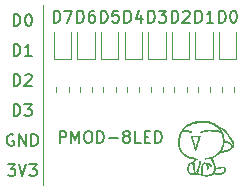
<source format=gbr>
%TF.GenerationSoftware,KiCad,Pcbnew,(5.1.10)-1*%
%TF.CreationDate,2021-08-15T22:29:03+08:00*%
%TF.ProjectId,Pmod-8led,506d6f64-2d38-46c6-9564-2e6b69636164,rev?*%
%TF.SameCoordinates,Original*%
%TF.FileFunction,Legend,Top*%
%TF.FilePolarity,Positive*%
%FSLAX46Y46*%
G04 Gerber Fmt 4.6, Leading zero omitted, Abs format (unit mm)*
G04 Created by KiCad (PCBNEW (5.1.10)-1) date 2021-08-15 22:29:03*
%MOMM*%
%LPD*%
G01*
G04 APERTURE LIST*
%ADD10C,0.150000*%
%ADD11C,0.120000*%
%ADD12C,0.010000*%
G04 APERTURE END LIST*
D10*
X154719876Y-107843580D02*
X154719876Y-106843580D01*
X155100828Y-106843580D01*
X155196066Y-106891200D01*
X155243685Y-106938819D01*
X155291304Y-107034057D01*
X155291304Y-107176914D01*
X155243685Y-107272152D01*
X155196066Y-107319771D01*
X155100828Y-107367390D01*
X154719876Y-107367390D01*
X155719876Y-107843580D02*
X155719876Y-106843580D01*
X156053209Y-107557866D01*
X156386542Y-106843580D01*
X156386542Y-107843580D01*
X157053209Y-106843580D02*
X157243685Y-106843580D01*
X157338923Y-106891200D01*
X157434161Y-106986438D01*
X157481780Y-107176914D01*
X157481780Y-107510247D01*
X157434161Y-107700723D01*
X157338923Y-107795961D01*
X157243685Y-107843580D01*
X157053209Y-107843580D01*
X156957971Y-107795961D01*
X156862733Y-107700723D01*
X156815114Y-107510247D01*
X156815114Y-107176914D01*
X156862733Y-106986438D01*
X156957971Y-106891200D01*
X157053209Y-106843580D01*
X157910352Y-107843580D02*
X157910352Y-106843580D01*
X158148447Y-106843580D01*
X158291304Y-106891200D01*
X158386542Y-106986438D01*
X158434161Y-107081676D01*
X158481780Y-107272152D01*
X158481780Y-107415009D01*
X158434161Y-107605485D01*
X158386542Y-107700723D01*
X158291304Y-107795961D01*
X158148447Y-107843580D01*
X157910352Y-107843580D01*
X158910352Y-107462628D02*
X159672257Y-107462628D01*
X160291304Y-107272152D02*
X160196066Y-107224533D01*
X160148447Y-107176914D01*
X160100828Y-107081676D01*
X160100828Y-107034057D01*
X160148447Y-106938819D01*
X160196066Y-106891200D01*
X160291304Y-106843580D01*
X160481780Y-106843580D01*
X160577019Y-106891200D01*
X160624638Y-106938819D01*
X160672257Y-107034057D01*
X160672257Y-107081676D01*
X160624638Y-107176914D01*
X160577019Y-107224533D01*
X160481780Y-107272152D01*
X160291304Y-107272152D01*
X160196066Y-107319771D01*
X160148447Y-107367390D01*
X160100828Y-107462628D01*
X160100828Y-107653104D01*
X160148447Y-107748342D01*
X160196066Y-107795961D01*
X160291304Y-107843580D01*
X160481780Y-107843580D01*
X160577019Y-107795961D01*
X160624638Y-107748342D01*
X160672257Y-107653104D01*
X160672257Y-107462628D01*
X160624638Y-107367390D01*
X160577019Y-107319771D01*
X160481780Y-107272152D01*
X161577019Y-107843580D02*
X161100828Y-107843580D01*
X161100828Y-106843580D01*
X161910352Y-107319771D02*
X162243685Y-107319771D01*
X162386542Y-107843580D02*
X161910352Y-107843580D01*
X161910352Y-106843580D01*
X162386542Y-106843580D01*
X162815114Y-107843580D02*
X162815114Y-106843580D01*
X163053209Y-106843580D01*
X163196066Y-106891200D01*
X163291304Y-106986438D01*
X163338923Y-107081676D01*
X163386542Y-107272152D01*
X163386542Y-107415009D01*
X163338923Y-107605485D01*
X163291304Y-107700723D01*
X163196066Y-107795961D01*
X163053209Y-107843580D01*
X162815114Y-107843580D01*
D11*
X153331800Y-96139000D02*
X153331800Y-111379000D01*
D10*
X150336404Y-109624880D02*
X150955452Y-109624880D01*
X150622119Y-110005833D01*
X150764976Y-110005833D01*
X150860214Y-110053452D01*
X150907833Y-110101071D01*
X150955452Y-110196309D01*
X150955452Y-110434404D01*
X150907833Y-110529642D01*
X150860214Y-110577261D01*
X150764976Y-110624880D01*
X150479261Y-110624880D01*
X150384023Y-110577261D01*
X150336404Y-110529642D01*
X151241166Y-109624880D02*
X151574500Y-110624880D01*
X151907833Y-109624880D01*
X152145928Y-109624880D02*
X152764976Y-109624880D01*
X152431642Y-110005833D01*
X152574500Y-110005833D01*
X152669738Y-110053452D01*
X152717357Y-110101071D01*
X152764976Y-110196309D01*
X152764976Y-110434404D01*
X152717357Y-110529642D01*
X152669738Y-110577261D01*
X152574500Y-110624880D01*
X152288785Y-110624880D01*
X152193547Y-110577261D01*
X152145928Y-110529642D01*
X150812595Y-107132500D02*
X150717357Y-107084880D01*
X150574500Y-107084880D01*
X150431642Y-107132500D01*
X150336404Y-107227738D01*
X150288785Y-107322976D01*
X150241166Y-107513452D01*
X150241166Y-107656309D01*
X150288785Y-107846785D01*
X150336404Y-107942023D01*
X150431642Y-108037261D01*
X150574500Y-108084880D01*
X150669738Y-108084880D01*
X150812595Y-108037261D01*
X150860214Y-107989642D01*
X150860214Y-107656309D01*
X150669738Y-107656309D01*
X151288785Y-108084880D02*
X151288785Y-107084880D01*
X151860214Y-108084880D01*
X151860214Y-107084880D01*
X152336404Y-108084880D02*
X152336404Y-107084880D01*
X152574500Y-107084880D01*
X152717357Y-107132500D01*
X152812595Y-107227738D01*
X152860214Y-107322976D01*
X152907833Y-107513452D01*
X152907833Y-107656309D01*
X152860214Y-107846785D01*
X152812595Y-107942023D01*
X152717357Y-108037261D01*
X152574500Y-108084880D01*
X152336404Y-108084880D01*
X150836404Y-105544880D02*
X150836404Y-104544880D01*
X151074500Y-104544880D01*
X151217357Y-104592500D01*
X151312595Y-104687738D01*
X151360214Y-104782976D01*
X151407833Y-104973452D01*
X151407833Y-105116309D01*
X151360214Y-105306785D01*
X151312595Y-105402023D01*
X151217357Y-105497261D01*
X151074500Y-105544880D01*
X150836404Y-105544880D01*
X151741166Y-104544880D02*
X152360214Y-104544880D01*
X152026880Y-104925833D01*
X152169738Y-104925833D01*
X152264976Y-104973452D01*
X152312595Y-105021071D01*
X152360214Y-105116309D01*
X152360214Y-105354404D01*
X152312595Y-105449642D01*
X152264976Y-105497261D01*
X152169738Y-105544880D01*
X151884023Y-105544880D01*
X151788785Y-105497261D01*
X151741166Y-105449642D01*
X150836404Y-103004880D02*
X150836404Y-102004880D01*
X151074500Y-102004880D01*
X151217357Y-102052500D01*
X151312595Y-102147738D01*
X151360214Y-102242976D01*
X151407833Y-102433452D01*
X151407833Y-102576309D01*
X151360214Y-102766785D01*
X151312595Y-102862023D01*
X151217357Y-102957261D01*
X151074500Y-103004880D01*
X150836404Y-103004880D01*
X151788785Y-102100119D02*
X151836404Y-102052500D01*
X151931642Y-102004880D01*
X152169738Y-102004880D01*
X152264976Y-102052500D01*
X152312595Y-102100119D01*
X152360214Y-102195357D01*
X152360214Y-102290595D01*
X152312595Y-102433452D01*
X151741166Y-103004880D01*
X152360214Y-103004880D01*
X150836404Y-100464880D02*
X150836404Y-99464880D01*
X151074500Y-99464880D01*
X151217357Y-99512500D01*
X151312595Y-99607738D01*
X151360214Y-99702976D01*
X151407833Y-99893452D01*
X151407833Y-100036309D01*
X151360214Y-100226785D01*
X151312595Y-100322023D01*
X151217357Y-100417261D01*
X151074500Y-100464880D01*
X150836404Y-100464880D01*
X152360214Y-100464880D02*
X151788785Y-100464880D01*
X152074500Y-100464880D02*
X152074500Y-99464880D01*
X151979261Y-99607738D01*
X151884023Y-99702976D01*
X151788785Y-99750595D01*
X150836404Y-97924880D02*
X150836404Y-96924880D01*
X151074500Y-96924880D01*
X151217357Y-96972500D01*
X151312595Y-97067738D01*
X151360214Y-97162976D01*
X151407833Y-97353452D01*
X151407833Y-97496309D01*
X151360214Y-97686785D01*
X151312595Y-97782023D01*
X151217357Y-97877261D01*
X151074500Y-97924880D01*
X150836404Y-97924880D01*
X152026880Y-96924880D02*
X152122119Y-96924880D01*
X152217357Y-96972500D01*
X152264976Y-97020119D01*
X152312595Y-97115357D01*
X152360214Y-97305833D01*
X152360214Y-97543928D01*
X152312595Y-97734404D01*
X152264976Y-97829642D01*
X152217357Y-97877261D01*
X152122119Y-97924880D01*
X152026880Y-97924880D01*
X151931642Y-97877261D01*
X151884023Y-97829642D01*
X151836404Y-97734404D01*
X151788785Y-97543928D01*
X151788785Y-97305833D01*
X151836404Y-97115357D01*
X151884023Y-97020119D01*
X151931642Y-96972500D01*
X152026880Y-96924880D01*
D12*
%TO.C,G\u002A\u002A\u002A*%
G36*
X166831872Y-105978381D02*
G01*
X166982223Y-105983018D01*
X167126116Y-105991835D01*
X167251447Y-106004483D01*
X167335381Y-106018206D01*
X167411342Y-106040871D01*
X167513235Y-106080114D01*
X167630558Y-106130957D01*
X167752812Y-106188417D01*
X167869496Y-106247515D01*
X167970110Y-106303270D01*
X168044152Y-106350701D01*
X168057103Y-106360533D01*
X168131105Y-106410950D01*
X168213584Y-106454937D01*
X168244097Y-106467679D01*
X168383490Y-106535695D01*
X168532840Y-106638817D01*
X168687050Y-106772583D01*
X168841024Y-106932531D01*
X168989669Y-107114201D01*
X169003371Y-107132486D01*
X169157178Y-107352332D01*
X169276652Y-107552673D01*
X169363297Y-107736535D01*
X169418620Y-107906946D01*
X169437662Y-108005813D01*
X169443287Y-108057898D01*
X169438311Y-108095030D01*
X169416715Y-108129905D01*
X169372476Y-108175222D01*
X169345144Y-108200940D01*
X169243210Y-108279862D01*
X169109439Y-108359225D01*
X168954064Y-108434730D01*
X168787315Y-108502078D01*
X168619423Y-108556969D01*
X168460620Y-108595106D01*
X168376772Y-108607847D01*
X168311891Y-108616905D01*
X168262902Y-108631309D01*
X168217486Y-108657684D01*
X168163326Y-108702649D01*
X168112189Y-108750075D01*
X168038316Y-108816750D01*
X167964030Y-108878953D01*
X167902962Y-108925373D01*
X167891884Y-108932847D01*
X167817377Y-108977471D01*
X167736197Y-109020307D01*
X167659788Y-109055922D01*
X167599597Y-109078883D01*
X167572282Y-109084533D01*
X167547424Y-109092743D01*
X167548923Y-109120090D01*
X167578049Y-109170649D01*
X167614871Y-109221136D01*
X167669692Y-109308494D01*
X167725661Y-109424299D01*
X167777311Y-109555185D01*
X167819174Y-109687788D01*
X167838273Y-109767224D01*
X167861661Y-109851751D01*
X167891146Y-109900547D01*
X167907531Y-109912743D01*
X167959907Y-109925108D01*
X168037436Y-109925986D01*
X168124969Y-109916837D01*
X168207355Y-109899124D01*
X168261780Y-109878552D01*
X168320173Y-109859979D01*
X168400775Y-109848551D01*
X168450121Y-109846533D01*
X168525494Y-109849118D01*
X168574859Y-109860449D01*
X168614408Y-109885887D01*
X168639132Y-109909121D01*
X168688963Y-109982894D01*
X168717460Y-110074172D01*
X168720423Y-110165184D01*
X168709828Y-110208223D01*
X168657015Y-110288353D01*
X168566808Y-110357360D01*
X168443183Y-110413085D01*
X168290119Y-110453370D01*
X168243134Y-110461494D01*
X168118886Y-110474694D01*
X168011730Y-110469593D01*
X167900518Y-110444237D01*
X167838967Y-110424116D01*
X167743717Y-110390866D01*
X167675623Y-110454623D01*
X167614556Y-110503796D01*
X167550107Y-110544357D01*
X167538040Y-110550328D01*
X167477379Y-110567686D01*
X167385454Y-110581431D01*
X167273216Y-110591134D01*
X167151614Y-110596369D01*
X167031598Y-110596711D01*
X166924118Y-110591731D01*
X166840124Y-110581005D01*
X166826707Y-110578035D01*
X166759225Y-110558349D01*
X166707699Y-110537673D01*
X166690182Y-110526548D01*
X166657230Y-110513605D01*
X166596855Y-110504944D01*
X166542175Y-110502700D01*
X166465790Y-110498397D01*
X166400728Y-110487319D01*
X166371784Y-110477055D01*
X166326019Y-110464902D01*
X166240500Y-110457464D01*
X166114319Y-110454682D01*
X166024648Y-110455148D01*
X165723745Y-110458886D01*
X165651041Y-110390317D01*
X165594594Y-110324110D01*
X165558598Y-110247053D01*
X165541296Y-110151197D01*
X165541181Y-110112373D01*
X165599010Y-110112373D01*
X165614898Y-110228812D01*
X165652417Y-110311984D01*
X165714135Y-110364749D01*
X165802619Y-110389964D01*
X165920435Y-110390492D01*
X165982613Y-110383586D01*
X166079500Y-110370306D01*
X166070769Y-110272461D01*
X166065766Y-110206754D01*
X166059848Y-110114656D01*
X166054009Y-110012067D01*
X166051822Y-109969722D01*
X166040109Y-109829662D01*
X166019585Y-109725246D01*
X165988254Y-109650338D01*
X165944118Y-109598800D01*
X165927016Y-109586276D01*
X165851617Y-109553396D01*
X166018473Y-109553396D01*
X166020324Y-109582874D01*
X166034632Y-109618195D01*
X166058278Y-109656042D01*
X166074607Y-109665068D01*
X166076716Y-109661702D01*
X166074030Y-109625135D01*
X166061595Y-109593706D01*
X166034176Y-109555240D01*
X166018473Y-109553396D01*
X165851617Y-109553396D01*
X165845517Y-109550736D01*
X165773153Y-109555173D01*
X165711356Y-109597941D01*
X165661560Y-109677389D01*
X165625201Y-109791869D01*
X165603710Y-109939732D01*
X165602187Y-109959807D01*
X165599010Y-110112373D01*
X165541181Y-110112373D01*
X165540930Y-110028593D01*
X165549115Y-109929146D01*
X165574413Y-109766634D01*
X165612707Y-109643146D01*
X165665137Y-109557063D01*
X165732846Y-109506768D01*
X165816977Y-109490644D01*
X165856741Y-109493570D01*
X165947731Y-109506042D01*
X166036099Y-109358509D01*
X166077268Y-109287448D01*
X166108211Y-109229609D01*
X166123644Y-109195011D01*
X166124467Y-109190904D01*
X166117111Y-109179325D01*
X166091624Y-109166106D01*
X166042881Y-109149627D01*
X165965755Y-109128270D01*
X165855119Y-109100416D01*
X165780655Y-109082349D01*
X165612318Y-109030429D01*
X165442251Y-108957768D01*
X165287231Y-108872149D01*
X165205298Y-108815407D01*
X165106719Y-108721797D01*
X165009615Y-108597328D01*
X164921185Y-108453087D01*
X164848628Y-108300160D01*
X164819955Y-108222084D01*
X164794700Y-108141228D01*
X164777649Y-108072838D01*
X164767290Y-108004869D01*
X164762108Y-107925279D01*
X164760592Y-107822023D01*
X164760771Y-107751033D01*
X164762552Y-107656362D01*
X164802098Y-107656362D01*
X164802836Y-107888509D01*
X164843801Y-108117905D01*
X164923120Y-108337362D01*
X165028211Y-108524087D01*
X165107893Y-108631820D01*
X165192458Y-108722803D01*
X165287814Y-108800457D01*
X165399871Y-108868202D01*
X165534535Y-108929460D01*
X165697715Y-108987652D01*
X165895319Y-109046197D01*
X165960567Y-109063906D01*
X166108444Y-109104932D01*
X166215830Y-109138272D01*
X166283793Y-109164300D01*
X166313402Y-109183388D01*
X166314967Y-109187687D01*
X166301347Y-109207088D01*
X166256462Y-109205117D01*
X166254319Y-109204695D01*
X166217065Y-109201591D01*
X166187622Y-109215270D01*
X166155194Y-109253365D01*
X166127887Y-109294088D01*
X166080681Y-109369566D01*
X166055872Y-109421610D01*
X166051793Y-109461612D01*
X166066776Y-109500966D01*
X166091834Y-109540330D01*
X166112879Y-109572563D01*
X166127327Y-109602057D01*
X166136009Y-109636837D01*
X166139754Y-109684928D01*
X166139394Y-109754353D01*
X166135756Y-109853139D01*
X166132276Y-109931403D01*
X166126573Y-110073881D01*
X166124949Y-110180041D01*
X166128622Y-110255802D01*
X166138806Y-110307082D01*
X166156717Y-110339802D01*
X166183572Y-110359879D01*
X166220586Y-110373231D01*
X166223187Y-110373957D01*
X166287543Y-110387083D01*
X166318650Y-110378593D01*
X166321453Y-110345131D01*
X166312247Y-110313496D01*
X166302509Y-110250253D01*
X166322077Y-110191915D01*
X166339729Y-110151282D01*
X166367773Y-110079135D01*
X166403003Y-109984050D01*
X166442212Y-109874601D01*
X166463099Y-109814884D01*
X166509490Y-109676608D01*
X166540714Y-109572155D01*
X166558084Y-109496355D01*
X166562912Y-109444036D01*
X166561479Y-109427594D01*
X166557259Y-109380010D01*
X166568651Y-109363124D01*
X166585956Y-109363836D01*
X166612552Y-109388196D01*
X166626964Y-109440284D01*
X166628389Y-109507056D01*
X166616027Y-109575465D01*
X166601228Y-109612711D01*
X166582431Y-109655616D01*
X166553506Y-109729572D01*
X166517864Y-109825521D01*
X166478913Y-109934403D01*
X166463352Y-109979025D01*
X166423502Y-110094787D01*
X166396172Y-110177967D01*
X166380014Y-110235984D01*
X166373683Y-110276256D01*
X166375833Y-110306199D01*
X166385117Y-110333232D01*
X166395207Y-110354533D01*
X166417915Y-110395817D01*
X166443299Y-110418678D01*
X166484333Y-110429471D01*
X166553987Y-110434552D01*
X166559017Y-110434797D01*
X166686650Y-110440978D01*
X166689428Y-110163961D01*
X166696035Y-109971045D01*
X166712226Y-109816093D01*
X166738965Y-109695621D01*
X166777217Y-109606147D01*
X166827946Y-109544188D01*
X166868590Y-109516748D01*
X166956196Y-109493550D01*
X167044212Y-109509483D01*
X167112769Y-109554006D01*
X167148720Y-109583655D01*
X167173599Y-109584736D01*
X167200120Y-109564264D01*
X167248691Y-109534302D01*
X167300388Y-109534433D01*
X167361242Y-109566592D01*
X167437286Y-109632716D01*
X167448764Y-109644069D01*
X167503912Y-109703145D01*
X167544630Y-109754249D01*
X167563350Y-109787714D01*
X167563800Y-109790987D01*
X167553671Y-109828531D01*
X167529081Y-109831135D01*
X167498729Y-109799296D01*
X167491700Y-109786867D01*
X167452361Y-109729744D01*
X167397426Y-109672174D01*
X167338466Y-109624253D01*
X167287054Y-109596080D01*
X167268995Y-109592533D01*
X167229251Y-109606993D01*
X167216699Y-109651302D01*
X167231063Y-109726855D01*
X167238024Y-109748443D01*
X167253815Y-109813257D01*
X167261803Y-109884341D01*
X167262083Y-109950323D01*
X167254754Y-109999828D01*
X167239909Y-110021486D01*
X167235717Y-110021402D01*
X167222721Y-109999262D01*
X167212791Y-109948242D01*
X167209641Y-109909964D01*
X167193249Y-109810331D01*
X167157065Y-109715738D01*
X167106837Y-109635053D01*
X167048316Y-109577145D01*
X166987252Y-109550882D01*
X166976365Y-109550200D01*
X166912512Y-109560512D01*
X166863464Y-109595948D01*
X166821991Y-109663251D01*
X166800606Y-109714155D01*
X166781538Y-109769705D01*
X166768216Y-109826200D01*
X166759562Y-109893133D01*
X166754496Y-109979997D01*
X166751940Y-110096284D01*
X166751428Y-110146963D01*
X166751488Y-110280609D01*
X166754429Y-110376872D01*
X166760608Y-110440628D01*
X166770385Y-110476752D01*
X166776384Y-110485630D01*
X166809765Y-110500674D01*
X166871293Y-110515099D01*
X166946805Y-110526852D01*
X167022138Y-110533878D01*
X167083128Y-110534124D01*
X167098134Y-110532289D01*
X167132886Y-110528094D01*
X167197887Y-110521901D01*
X167281170Y-110514824D01*
X167312431Y-110512344D01*
X167444578Y-110496321D01*
X167543412Y-110468669D01*
X167617396Y-110424607D01*
X167674992Y-110359355D01*
X167702373Y-110310459D01*
X167778741Y-110310459D01*
X167782572Y-110340568D01*
X167812832Y-110362216D01*
X167876120Y-110383528D01*
X167896833Y-110389461D01*
X167994717Y-110405833D01*
X168115883Y-110409876D01*
X168243375Y-110402419D01*
X168360238Y-110384291D01*
X168433279Y-110363212D01*
X168508358Y-110328631D01*
X168579742Y-110287259D01*
X168595675Y-110276180D01*
X168642442Y-110233814D01*
X168661608Y-110187087D01*
X168664467Y-110139763D01*
X168648159Y-110040496D01*
X168603264Y-109960818D01*
X168535829Y-109907889D01*
X168452598Y-109888866D01*
X168411601Y-109896057D01*
X168347107Y-109914681D01*
X168290078Y-109934503D01*
X168175806Y-109974188D01*
X168089144Y-109996031D01*
X168020131Y-110001704D01*
X167958810Y-109992878D01*
X167952356Y-109991163D01*
X167900173Y-109980653D01*
X167867567Y-109981266D01*
X167864898Y-109982879D01*
X167854699Y-110009565D01*
X167842932Y-110063171D01*
X167837575Y-110095547D01*
X167822140Y-110173032D01*
X167801572Y-110245422D01*
X167794740Y-110263767D01*
X167778741Y-110310459D01*
X167702373Y-110310459D01*
X167717415Y-110283600D01*
X167774417Y-110116467D01*
X167792222Y-109936837D01*
X167771216Y-109747224D01*
X167711785Y-109550141D01*
X167614316Y-109348101D01*
X167559878Y-109258894D01*
X167511202Y-109191474D01*
X167465065Y-109140419D01*
X167430453Y-109115588D01*
X167428850Y-109115125D01*
X167386602Y-109113858D01*
X167317529Y-109121035D01*
X167235948Y-109135120D01*
X167229041Y-109136556D01*
X167129708Y-109156484D01*
X167065339Y-109166278D01*
X167029842Y-109166118D01*
X167017122Y-109156182D01*
X167018755Y-109142751D01*
X167035033Y-109127226D01*
X167075886Y-109112741D01*
X167145683Y-109098406D01*
X167248794Y-109083332D01*
X167389588Y-109066631D01*
X167397163Y-109065796D01*
X167577705Y-109025538D01*
X167756073Y-108947118D01*
X167927826Y-108834648D01*
X168088522Y-108692240D01*
X168214731Y-108546005D01*
X168304634Y-108546005D01*
X168324451Y-108554772D01*
X168382296Y-108551246D01*
X168475758Y-108535657D01*
X168530791Y-108524339D01*
X168699984Y-108479129D01*
X168869712Y-108417892D01*
X169028505Y-108345689D01*
X169164896Y-108267579D01*
X169243670Y-108209784D01*
X169323616Y-108142616D01*
X169274500Y-108069799D01*
X169210894Y-107993721D01*
X169127070Y-107917962D01*
X169035837Y-107852302D01*
X168950005Y-107806519D01*
X168913486Y-107794226D01*
X168833208Y-107772576D01*
X168746965Y-107746515D01*
X168727967Y-107740305D01*
X168658996Y-107718285D01*
X168621012Y-107713224D01*
X168604771Y-107728895D01*
X168601032Y-107769072D01*
X168600967Y-107792162D01*
X168591502Y-107870267D01*
X168565809Y-107973927D01*
X168527944Y-108091538D01*
X168481960Y-108211495D01*
X168431912Y-108322196D01*
X168387487Y-108403130D01*
X168347497Y-108468743D01*
X168318101Y-108519203D01*
X168304877Y-108544893D01*
X168304634Y-108546005D01*
X168214731Y-108546005D01*
X168233720Y-108524004D01*
X168358979Y-108334051D01*
X168459856Y-108126494D01*
X168485936Y-108057950D01*
X168512507Y-107978677D01*
X168529872Y-107910876D01*
X168539876Y-107841346D01*
X168544368Y-107756883D01*
X168545194Y-107644287D01*
X168545161Y-107634616D01*
X168536626Y-107437925D01*
X168510242Y-107262445D01*
X168462381Y-107093018D01*
X168389409Y-106914487D01*
X168355758Y-106843982D01*
X168242209Y-106651594D01*
X168164509Y-106558654D01*
X168256817Y-106558654D01*
X168270072Y-106587414D01*
X168304724Y-106643740D01*
X168311221Y-106653973D01*
X168426559Y-106870045D01*
X168518716Y-107119324D01*
X168588138Y-107403077D01*
X168602110Y-107480236D01*
X168617721Y-107555104D01*
X168635291Y-107613581D01*
X168650604Y-107642446D01*
X168681693Y-107656989D01*
X168742248Y-107677413D01*
X168820538Y-107699852D01*
X168840732Y-107705125D01*
X168989006Y-107754316D01*
X169111223Y-107822868D01*
X169222329Y-107919985D01*
X169264611Y-107966140D01*
X169321744Y-108028767D01*
X169357720Y-108059615D01*
X169376898Y-108060686D01*
X169383635Y-108033981D01*
X169383882Y-108020908D01*
X169368266Y-107910737D01*
X169324677Y-107777927D01*
X169256468Y-107628312D01*
X169166996Y-107467726D01*
X169059614Y-107302002D01*
X168937676Y-107136974D01*
X168804538Y-106978476D01*
X168751178Y-106920615D01*
X168654664Y-106824911D01*
X168553136Y-106734742D01*
X168454525Y-106656347D01*
X168366767Y-106595963D01*
X168297793Y-106559829D01*
X168287944Y-106556369D01*
X168263320Y-106550594D01*
X168256817Y-106558654D01*
X168164509Y-106558654D01*
X168107341Y-106490274D01*
X167954428Y-106363446D01*
X167828384Y-106292333D01*
X167744626Y-106253248D01*
X167665486Y-106215366D01*
X167607632Y-106186670D01*
X167606134Y-106185897D01*
X167479874Y-106134979D01*
X167321950Y-106093650D01*
X167142140Y-106062853D01*
X166950221Y-106043527D01*
X166755968Y-106036613D01*
X166569160Y-106043054D01*
X166399572Y-106063788D01*
X166378467Y-106067746D01*
X166157724Y-106114806D01*
X165972090Y-106163458D01*
X165814367Y-106216861D01*
X165677359Y-106278169D01*
X165553870Y-106350540D01*
X165436703Y-106437129D01*
X165335903Y-106525010D01*
X165264844Y-106592745D01*
X165208131Y-106650684D01*
X165171486Y-106692697D01*
X165160635Y-106712653D01*
X165160660Y-106712695D01*
X165185030Y-106721618D01*
X165241079Y-106731107D01*
X165318213Y-106739501D01*
X165345973Y-106741711D01*
X165442112Y-106752744D01*
X165545839Y-106771251D01*
X165648204Y-106794809D01*
X165740257Y-106820997D01*
X165813049Y-106847391D01*
X165857629Y-106871569D01*
X165866766Y-106882681D01*
X165865652Y-106896720D01*
X165846624Y-106901665D01*
X165804493Y-106896770D01*
X165734069Y-106881292D01*
X165630161Y-106854487D01*
X165584717Y-106842236D01*
X165478738Y-106818599D01*
X165362858Y-106800615D01*
X165261948Y-106792134D01*
X165260863Y-106792104D01*
X165179341Y-106791188D01*
X165128287Y-106795801D01*
X165095918Y-106808869D01*
X165070450Y-106833314D01*
X165064319Y-106840866D01*
X164993975Y-106951595D01*
X164929814Y-107095100D01*
X164874872Y-107261942D01*
X164832182Y-107442682D01*
X164804781Y-107627880D01*
X164802098Y-107656362D01*
X164762552Y-107656362D01*
X164763418Y-107610386D01*
X164770559Y-107498631D01*
X164783599Y-107402441D01*
X164803943Y-107308487D01*
X164809784Y-107285862D01*
X164833043Y-107202440D01*
X164854286Y-107134155D01*
X164870050Y-107091864D01*
X164873951Y-107084779D01*
X164891833Y-107050857D01*
X164912592Y-106997871D01*
X164913963Y-106993841D01*
X164950068Y-106916554D01*
X165010517Y-106819612D01*
X165088552Y-106712073D01*
X165177410Y-106602995D01*
X165270331Y-106501438D01*
X165312549Y-106459769D01*
X165456418Y-106341599D01*
X165622869Y-106240446D01*
X165815989Y-106154653D01*
X166039869Y-106082559D01*
X166298598Y-106022506D01*
X166463134Y-105993044D01*
X166560223Y-105983045D01*
X166687171Y-105978274D01*
X166831872Y-105978381D01*
G37*
X166831872Y-105978381D02*
X166982223Y-105983018D01*
X167126116Y-105991835D01*
X167251447Y-106004483D01*
X167335381Y-106018206D01*
X167411342Y-106040871D01*
X167513235Y-106080114D01*
X167630558Y-106130957D01*
X167752812Y-106188417D01*
X167869496Y-106247515D01*
X167970110Y-106303270D01*
X168044152Y-106350701D01*
X168057103Y-106360533D01*
X168131105Y-106410950D01*
X168213584Y-106454937D01*
X168244097Y-106467679D01*
X168383490Y-106535695D01*
X168532840Y-106638817D01*
X168687050Y-106772583D01*
X168841024Y-106932531D01*
X168989669Y-107114201D01*
X169003371Y-107132486D01*
X169157178Y-107352332D01*
X169276652Y-107552673D01*
X169363297Y-107736535D01*
X169418620Y-107906946D01*
X169437662Y-108005813D01*
X169443287Y-108057898D01*
X169438311Y-108095030D01*
X169416715Y-108129905D01*
X169372476Y-108175222D01*
X169345144Y-108200940D01*
X169243210Y-108279862D01*
X169109439Y-108359225D01*
X168954064Y-108434730D01*
X168787315Y-108502078D01*
X168619423Y-108556969D01*
X168460620Y-108595106D01*
X168376772Y-108607847D01*
X168311891Y-108616905D01*
X168262902Y-108631309D01*
X168217486Y-108657684D01*
X168163326Y-108702649D01*
X168112189Y-108750075D01*
X168038316Y-108816750D01*
X167964030Y-108878953D01*
X167902962Y-108925373D01*
X167891884Y-108932847D01*
X167817377Y-108977471D01*
X167736197Y-109020307D01*
X167659788Y-109055922D01*
X167599597Y-109078883D01*
X167572282Y-109084533D01*
X167547424Y-109092743D01*
X167548923Y-109120090D01*
X167578049Y-109170649D01*
X167614871Y-109221136D01*
X167669692Y-109308494D01*
X167725661Y-109424299D01*
X167777311Y-109555185D01*
X167819174Y-109687788D01*
X167838273Y-109767224D01*
X167861661Y-109851751D01*
X167891146Y-109900547D01*
X167907531Y-109912743D01*
X167959907Y-109925108D01*
X168037436Y-109925986D01*
X168124969Y-109916837D01*
X168207355Y-109899124D01*
X168261780Y-109878552D01*
X168320173Y-109859979D01*
X168400775Y-109848551D01*
X168450121Y-109846533D01*
X168525494Y-109849118D01*
X168574859Y-109860449D01*
X168614408Y-109885887D01*
X168639132Y-109909121D01*
X168688963Y-109982894D01*
X168717460Y-110074172D01*
X168720423Y-110165184D01*
X168709828Y-110208223D01*
X168657015Y-110288353D01*
X168566808Y-110357360D01*
X168443183Y-110413085D01*
X168290119Y-110453370D01*
X168243134Y-110461494D01*
X168118886Y-110474694D01*
X168011730Y-110469593D01*
X167900518Y-110444237D01*
X167838967Y-110424116D01*
X167743717Y-110390866D01*
X167675623Y-110454623D01*
X167614556Y-110503796D01*
X167550107Y-110544357D01*
X167538040Y-110550328D01*
X167477379Y-110567686D01*
X167385454Y-110581431D01*
X167273216Y-110591134D01*
X167151614Y-110596369D01*
X167031598Y-110596711D01*
X166924118Y-110591731D01*
X166840124Y-110581005D01*
X166826707Y-110578035D01*
X166759225Y-110558349D01*
X166707699Y-110537673D01*
X166690182Y-110526548D01*
X166657230Y-110513605D01*
X166596855Y-110504944D01*
X166542175Y-110502700D01*
X166465790Y-110498397D01*
X166400728Y-110487319D01*
X166371784Y-110477055D01*
X166326019Y-110464902D01*
X166240500Y-110457464D01*
X166114319Y-110454682D01*
X166024648Y-110455148D01*
X165723745Y-110458886D01*
X165651041Y-110390317D01*
X165594594Y-110324110D01*
X165558598Y-110247053D01*
X165541296Y-110151197D01*
X165541181Y-110112373D01*
X165599010Y-110112373D01*
X165614898Y-110228812D01*
X165652417Y-110311984D01*
X165714135Y-110364749D01*
X165802619Y-110389964D01*
X165920435Y-110390492D01*
X165982613Y-110383586D01*
X166079500Y-110370306D01*
X166070769Y-110272461D01*
X166065766Y-110206754D01*
X166059848Y-110114656D01*
X166054009Y-110012067D01*
X166051822Y-109969722D01*
X166040109Y-109829662D01*
X166019585Y-109725246D01*
X165988254Y-109650338D01*
X165944118Y-109598800D01*
X165927016Y-109586276D01*
X165851617Y-109553396D01*
X166018473Y-109553396D01*
X166020324Y-109582874D01*
X166034632Y-109618195D01*
X166058278Y-109656042D01*
X166074607Y-109665068D01*
X166076716Y-109661702D01*
X166074030Y-109625135D01*
X166061595Y-109593706D01*
X166034176Y-109555240D01*
X166018473Y-109553396D01*
X165851617Y-109553396D01*
X165845517Y-109550736D01*
X165773153Y-109555173D01*
X165711356Y-109597941D01*
X165661560Y-109677389D01*
X165625201Y-109791869D01*
X165603710Y-109939732D01*
X165602187Y-109959807D01*
X165599010Y-110112373D01*
X165541181Y-110112373D01*
X165540930Y-110028593D01*
X165549115Y-109929146D01*
X165574413Y-109766634D01*
X165612707Y-109643146D01*
X165665137Y-109557063D01*
X165732846Y-109506768D01*
X165816977Y-109490644D01*
X165856741Y-109493570D01*
X165947731Y-109506042D01*
X166036099Y-109358509D01*
X166077268Y-109287448D01*
X166108211Y-109229609D01*
X166123644Y-109195011D01*
X166124467Y-109190904D01*
X166117111Y-109179325D01*
X166091624Y-109166106D01*
X166042881Y-109149627D01*
X165965755Y-109128270D01*
X165855119Y-109100416D01*
X165780655Y-109082349D01*
X165612318Y-109030429D01*
X165442251Y-108957768D01*
X165287231Y-108872149D01*
X165205298Y-108815407D01*
X165106719Y-108721797D01*
X165009615Y-108597328D01*
X164921185Y-108453087D01*
X164848628Y-108300160D01*
X164819955Y-108222084D01*
X164794700Y-108141228D01*
X164777649Y-108072838D01*
X164767290Y-108004869D01*
X164762108Y-107925279D01*
X164760592Y-107822023D01*
X164760771Y-107751033D01*
X164762552Y-107656362D01*
X164802098Y-107656362D01*
X164802836Y-107888509D01*
X164843801Y-108117905D01*
X164923120Y-108337362D01*
X165028211Y-108524087D01*
X165107893Y-108631820D01*
X165192458Y-108722803D01*
X165287814Y-108800457D01*
X165399871Y-108868202D01*
X165534535Y-108929460D01*
X165697715Y-108987652D01*
X165895319Y-109046197D01*
X165960567Y-109063906D01*
X166108444Y-109104932D01*
X166215830Y-109138272D01*
X166283793Y-109164300D01*
X166313402Y-109183388D01*
X166314967Y-109187687D01*
X166301347Y-109207088D01*
X166256462Y-109205117D01*
X166254319Y-109204695D01*
X166217065Y-109201591D01*
X166187622Y-109215270D01*
X166155194Y-109253365D01*
X166127887Y-109294088D01*
X166080681Y-109369566D01*
X166055872Y-109421610D01*
X166051793Y-109461612D01*
X166066776Y-109500966D01*
X166091834Y-109540330D01*
X166112879Y-109572563D01*
X166127327Y-109602057D01*
X166136009Y-109636837D01*
X166139754Y-109684928D01*
X166139394Y-109754353D01*
X166135756Y-109853139D01*
X166132276Y-109931403D01*
X166126573Y-110073881D01*
X166124949Y-110180041D01*
X166128622Y-110255802D01*
X166138806Y-110307082D01*
X166156717Y-110339802D01*
X166183572Y-110359879D01*
X166220586Y-110373231D01*
X166223187Y-110373957D01*
X166287543Y-110387083D01*
X166318650Y-110378593D01*
X166321453Y-110345131D01*
X166312247Y-110313496D01*
X166302509Y-110250253D01*
X166322077Y-110191915D01*
X166339729Y-110151282D01*
X166367773Y-110079135D01*
X166403003Y-109984050D01*
X166442212Y-109874601D01*
X166463099Y-109814884D01*
X166509490Y-109676608D01*
X166540714Y-109572155D01*
X166558084Y-109496355D01*
X166562912Y-109444036D01*
X166561479Y-109427594D01*
X166557259Y-109380010D01*
X166568651Y-109363124D01*
X166585956Y-109363836D01*
X166612552Y-109388196D01*
X166626964Y-109440284D01*
X166628389Y-109507056D01*
X166616027Y-109575465D01*
X166601228Y-109612711D01*
X166582431Y-109655616D01*
X166553506Y-109729572D01*
X166517864Y-109825521D01*
X166478913Y-109934403D01*
X166463352Y-109979025D01*
X166423502Y-110094787D01*
X166396172Y-110177967D01*
X166380014Y-110235984D01*
X166373683Y-110276256D01*
X166375833Y-110306199D01*
X166385117Y-110333232D01*
X166395207Y-110354533D01*
X166417915Y-110395817D01*
X166443299Y-110418678D01*
X166484333Y-110429471D01*
X166553987Y-110434552D01*
X166559017Y-110434797D01*
X166686650Y-110440978D01*
X166689428Y-110163961D01*
X166696035Y-109971045D01*
X166712226Y-109816093D01*
X166738965Y-109695621D01*
X166777217Y-109606147D01*
X166827946Y-109544188D01*
X166868590Y-109516748D01*
X166956196Y-109493550D01*
X167044212Y-109509483D01*
X167112769Y-109554006D01*
X167148720Y-109583655D01*
X167173599Y-109584736D01*
X167200120Y-109564264D01*
X167248691Y-109534302D01*
X167300388Y-109534433D01*
X167361242Y-109566592D01*
X167437286Y-109632716D01*
X167448764Y-109644069D01*
X167503912Y-109703145D01*
X167544630Y-109754249D01*
X167563350Y-109787714D01*
X167563800Y-109790987D01*
X167553671Y-109828531D01*
X167529081Y-109831135D01*
X167498729Y-109799296D01*
X167491700Y-109786867D01*
X167452361Y-109729744D01*
X167397426Y-109672174D01*
X167338466Y-109624253D01*
X167287054Y-109596080D01*
X167268995Y-109592533D01*
X167229251Y-109606993D01*
X167216699Y-109651302D01*
X167231063Y-109726855D01*
X167238024Y-109748443D01*
X167253815Y-109813257D01*
X167261803Y-109884341D01*
X167262083Y-109950323D01*
X167254754Y-109999828D01*
X167239909Y-110021486D01*
X167235717Y-110021402D01*
X167222721Y-109999262D01*
X167212791Y-109948242D01*
X167209641Y-109909964D01*
X167193249Y-109810331D01*
X167157065Y-109715738D01*
X167106837Y-109635053D01*
X167048316Y-109577145D01*
X166987252Y-109550882D01*
X166976365Y-109550200D01*
X166912512Y-109560512D01*
X166863464Y-109595948D01*
X166821991Y-109663251D01*
X166800606Y-109714155D01*
X166781538Y-109769705D01*
X166768216Y-109826200D01*
X166759562Y-109893133D01*
X166754496Y-109979997D01*
X166751940Y-110096284D01*
X166751428Y-110146963D01*
X166751488Y-110280609D01*
X166754429Y-110376872D01*
X166760608Y-110440628D01*
X166770385Y-110476752D01*
X166776384Y-110485630D01*
X166809765Y-110500674D01*
X166871293Y-110515099D01*
X166946805Y-110526852D01*
X167022138Y-110533878D01*
X167083128Y-110534124D01*
X167098134Y-110532289D01*
X167132886Y-110528094D01*
X167197887Y-110521901D01*
X167281170Y-110514824D01*
X167312431Y-110512344D01*
X167444578Y-110496321D01*
X167543412Y-110468669D01*
X167617396Y-110424607D01*
X167674992Y-110359355D01*
X167702373Y-110310459D01*
X167778741Y-110310459D01*
X167782572Y-110340568D01*
X167812832Y-110362216D01*
X167876120Y-110383528D01*
X167896833Y-110389461D01*
X167994717Y-110405833D01*
X168115883Y-110409876D01*
X168243375Y-110402419D01*
X168360238Y-110384291D01*
X168433279Y-110363212D01*
X168508358Y-110328631D01*
X168579742Y-110287259D01*
X168595675Y-110276180D01*
X168642442Y-110233814D01*
X168661608Y-110187087D01*
X168664467Y-110139763D01*
X168648159Y-110040496D01*
X168603264Y-109960818D01*
X168535829Y-109907889D01*
X168452598Y-109888866D01*
X168411601Y-109896057D01*
X168347107Y-109914681D01*
X168290078Y-109934503D01*
X168175806Y-109974188D01*
X168089144Y-109996031D01*
X168020131Y-110001704D01*
X167958810Y-109992878D01*
X167952356Y-109991163D01*
X167900173Y-109980653D01*
X167867567Y-109981266D01*
X167864898Y-109982879D01*
X167854699Y-110009565D01*
X167842932Y-110063171D01*
X167837575Y-110095547D01*
X167822140Y-110173032D01*
X167801572Y-110245422D01*
X167794740Y-110263767D01*
X167778741Y-110310459D01*
X167702373Y-110310459D01*
X167717415Y-110283600D01*
X167774417Y-110116467D01*
X167792222Y-109936837D01*
X167771216Y-109747224D01*
X167711785Y-109550141D01*
X167614316Y-109348101D01*
X167559878Y-109258894D01*
X167511202Y-109191474D01*
X167465065Y-109140419D01*
X167430453Y-109115588D01*
X167428850Y-109115125D01*
X167386602Y-109113858D01*
X167317529Y-109121035D01*
X167235948Y-109135120D01*
X167229041Y-109136556D01*
X167129708Y-109156484D01*
X167065339Y-109166278D01*
X167029842Y-109166118D01*
X167017122Y-109156182D01*
X167018755Y-109142751D01*
X167035033Y-109127226D01*
X167075886Y-109112741D01*
X167145683Y-109098406D01*
X167248794Y-109083332D01*
X167389588Y-109066631D01*
X167397163Y-109065796D01*
X167577705Y-109025538D01*
X167756073Y-108947118D01*
X167927826Y-108834648D01*
X168088522Y-108692240D01*
X168214731Y-108546005D01*
X168304634Y-108546005D01*
X168324451Y-108554772D01*
X168382296Y-108551246D01*
X168475758Y-108535657D01*
X168530791Y-108524339D01*
X168699984Y-108479129D01*
X168869712Y-108417892D01*
X169028505Y-108345689D01*
X169164896Y-108267579D01*
X169243670Y-108209784D01*
X169323616Y-108142616D01*
X169274500Y-108069799D01*
X169210894Y-107993721D01*
X169127070Y-107917962D01*
X169035837Y-107852302D01*
X168950005Y-107806519D01*
X168913486Y-107794226D01*
X168833208Y-107772576D01*
X168746965Y-107746515D01*
X168727967Y-107740305D01*
X168658996Y-107718285D01*
X168621012Y-107713224D01*
X168604771Y-107728895D01*
X168601032Y-107769072D01*
X168600967Y-107792162D01*
X168591502Y-107870267D01*
X168565809Y-107973927D01*
X168527944Y-108091538D01*
X168481960Y-108211495D01*
X168431912Y-108322196D01*
X168387487Y-108403130D01*
X168347497Y-108468743D01*
X168318101Y-108519203D01*
X168304877Y-108544893D01*
X168304634Y-108546005D01*
X168214731Y-108546005D01*
X168233720Y-108524004D01*
X168358979Y-108334051D01*
X168459856Y-108126494D01*
X168485936Y-108057950D01*
X168512507Y-107978677D01*
X168529872Y-107910876D01*
X168539876Y-107841346D01*
X168544368Y-107756883D01*
X168545194Y-107644287D01*
X168545161Y-107634616D01*
X168536626Y-107437925D01*
X168510242Y-107262445D01*
X168462381Y-107093018D01*
X168389409Y-106914487D01*
X168355758Y-106843982D01*
X168242209Y-106651594D01*
X168164509Y-106558654D01*
X168256817Y-106558654D01*
X168270072Y-106587414D01*
X168304724Y-106643740D01*
X168311221Y-106653973D01*
X168426559Y-106870045D01*
X168518716Y-107119324D01*
X168588138Y-107403077D01*
X168602110Y-107480236D01*
X168617721Y-107555104D01*
X168635291Y-107613581D01*
X168650604Y-107642446D01*
X168681693Y-107656989D01*
X168742248Y-107677413D01*
X168820538Y-107699852D01*
X168840732Y-107705125D01*
X168989006Y-107754316D01*
X169111223Y-107822868D01*
X169222329Y-107919985D01*
X169264611Y-107966140D01*
X169321744Y-108028767D01*
X169357720Y-108059615D01*
X169376898Y-108060686D01*
X169383635Y-108033981D01*
X169383882Y-108020908D01*
X169368266Y-107910737D01*
X169324677Y-107777927D01*
X169256468Y-107628312D01*
X169166996Y-107467726D01*
X169059614Y-107302002D01*
X168937676Y-107136974D01*
X168804538Y-106978476D01*
X168751178Y-106920615D01*
X168654664Y-106824911D01*
X168553136Y-106734742D01*
X168454525Y-106656347D01*
X168366767Y-106595963D01*
X168297793Y-106559829D01*
X168287944Y-106556369D01*
X168263320Y-106550594D01*
X168256817Y-106558654D01*
X168164509Y-106558654D01*
X168107341Y-106490274D01*
X167954428Y-106363446D01*
X167828384Y-106292333D01*
X167744626Y-106253248D01*
X167665486Y-106215366D01*
X167607632Y-106186670D01*
X167606134Y-106185897D01*
X167479874Y-106134979D01*
X167321950Y-106093650D01*
X167142140Y-106062853D01*
X166950221Y-106043527D01*
X166755968Y-106036613D01*
X166569160Y-106043054D01*
X166399572Y-106063788D01*
X166378467Y-106067746D01*
X166157724Y-106114806D01*
X165972090Y-106163458D01*
X165814367Y-106216861D01*
X165677359Y-106278169D01*
X165553870Y-106350540D01*
X165436703Y-106437129D01*
X165335903Y-106525010D01*
X165264844Y-106592745D01*
X165208131Y-106650684D01*
X165171486Y-106692697D01*
X165160635Y-106712653D01*
X165160660Y-106712695D01*
X165185030Y-106721618D01*
X165241079Y-106731107D01*
X165318213Y-106739501D01*
X165345973Y-106741711D01*
X165442112Y-106752744D01*
X165545839Y-106771251D01*
X165648204Y-106794809D01*
X165740257Y-106820997D01*
X165813049Y-106847391D01*
X165857629Y-106871569D01*
X165866766Y-106882681D01*
X165865652Y-106896720D01*
X165846624Y-106901665D01*
X165804493Y-106896770D01*
X165734069Y-106881292D01*
X165630161Y-106854487D01*
X165584717Y-106842236D01*
X165478738Y-106818599D01*
X165362858Y-106800615D01*
X165261948Y-106792134D01*
X165260863Y-106792104D01*
X165179341Y-106791188D01*
X165128287Y-106795801D01*
X165095918Y-106808869D01*
X165070450Y-106833314D01*
X165064319Y-106840866D01*
X164993975Y-106951595D01*
X164929814Y-107095100D01*
X164874872Y-107261942D01*
X164832182Y-107442682D01*
X164804781Y-107627880D01*
X164802098Y-107656362D01*
X164762552Y-107656362D01*
X164763418Y-107610386D01*
X164770559Y-107498631D01*
X164783599Y-107402441D01*
X164803943Y-107308487D01*
X164809784Y-107285862D01*
X164833043Y-107202440D01*
X164854286Y-107134155D01*
X164870050Y-107091864D01*
X164873951Y-107084779D01*
X164891833Y-107050857D01*
X164912592Y-106997871D01*
X164913963Y-106993841D01*
X164950068Y-106916554D01*
X165010517Y-106819612D01*
X165088552Y-106712073D01*
X165177410Y-106602995D01*
X165270331Y-106501438D01*
X165312549Y-106459769D01*
X165456418Y-106341599D01*
X165622869Y-106240446D01*
X165815989Y-106154653D01*
X166039869Y-106082559D01*
X166298598Y-106022506D01*
X166463134Y-105993044D01*
X166560223Y-105983045D01*
X166687171Y-105978274D01*
X166831872Y-105978381D01*
G36*
X166275236Y-107219858D02*
G01*
X166390591Y-107222322D01*
X166481556Y-107226732D01*
X166541603Y-107232891D01*
X166562362Y-107238503D01*
X166570164Y-107258139D01*
X166565247Y-107302648D01*
X166546652Y-107376841D01*
X166513425Y-107485526D01*
X166512989Y-107486887D01*
X166442423Y-107706880D01*
X166383596Y-107889795D01*
X166335324Y-108038864D01*
X166296422Y-108157321D01*
X166265706Y-108248399D01*
X166241992Y-108315331D01*
X166224096Y-108361351D01*
X166210832Y-108389693D01*
X166201016Y-108403588D01*
X166193464Y-108406272D01*
X166186991Y-108400977D01*
X166181296Y-108392363D01*
X166162877Y-108351255D01*
X166135983Y-108276166D01*
X166102764Y-108174091D01*
X166065372Y-108052028D01*
X166025959Y-107916972D01*
X165986676Y-107775920D01*
X165954799Y-107655783D01*
X165930964Y-107578724D01*
X165896856Y-107486064D01*
X165866698Y-107413624D01*
X165833217Y-107330071D01*
X165827693Y-107294420D01*
X165896691Y-107294420D01*
X165897109Y-107319282D01*
X165911361Y-107370326D01*
X165929020Y-107417917D01*
X165950105Y-107476329D01*
X165979212Y-107565834D01*
X166013309Y-107676664D01*
X166049361Y-107799047D01*
X166071314Y-107876256D01*
X166109684Y-108012551D01*
X166138684Y-108112917D01*
X166160148Y-108182252D01*
X166175910Y-108225451D01*
X166187805Y-108247410D01*
X166197666Y-108253024D01*
X166207328Y-108247190D01*
X166209472Y-108245002D01*
X166220515Y-108220457D01*
X166242158Y-108161550D01*
X166272331Y-108074315D01*
X166308968Y-107964784D01*
X166350001Y-107838991D01*
X166369811Y-107777236D01*
X166423573Y-107604825D01*
X166462287Y-107471670D01*
X166486027Y-107377484D01*
X166494867Y-107321983D01*
X166492145Y-107305911D01*
X166464865Y-107298608D01*
X166405137Y-107292447D01*
X166322701Y-107287613D01*
X166227294Y-107284296D01*
X166128657Y-107282684D01*
X166036526Y-107282964D01*
X165960642Y-107285324D01*
X165910742Y-107289952D01*
X165896691Y-107294420D01*
X165827693Y-107294420D01*
X165824734Y-107275331D01*
X165845493Y-107243174D01*
X165899734Y-107227368D01*
X165991700Y-107221683D01*
X165997467Y-107221551D01*
X166142019Y-107219536D01*
X166275236Y-107219858D01*
G37*
X166275236Y-107219858D02*
X166390591Y-107222322D01*
X166481556Y-107226732D01*
X166541603Y-107232891D01*
X166562362Y-107238503D01*
X166570164Y-107258139D01*
X166565247Y-107302648D01*
X166546652Y-107376841D01*
X166513425Y-107485526D01*
X166512989Y-107486887D01*
X166442423Y-107706880D01*
X166383596Y-107889795D01*
X166335324Y-108038864D01*
X166296422Y-108157321D01*
X166265706Y-108248399D01*
X166241992Y-108315331D01*
X166224096Y-108361351D01*
X166210832Y-108389693D01*
X166201016Y-108403588D01*
X166193464Y-108406272D01*
X166186991Y-108400977D01*
X166181296Y-108392363D01*
X166162877Y-108351255D01*
X166135983Y-108276166D01*
X166102764Y-108174091D01*
X166065372Y-108052028D01*
X166025959Y-107916972D01*
X165986676Y-107775920D01*
X165954799Y-107655783D01*
X165930964Y-107578724D01*
X165896856Y-107486064D01*
X165866698Y-107413624D01*
X165833217Y-107330071D01*
X165827693Y-107294420D01*
X165896691Y-107294420D01*
X165897109Y-107319282D01*
X165911361Y-107370326D01*
X165929020Y-107417917D01*
X165950105Y-107476329D01*
X165979212Y-107565834D01*
X166013309Y-107676664D01*
X166049361Y-107799047D01*
X166071314Y-107876256D01*
X166109684Y-108012551D01*
X166138684Y-108112917D01*
X166160148Y-108182252D01*
X166175910Y-108225451D01*
X166187805Y-108247410D01*
X166197666Y-108253024D01*
X166207328Y-108247190D01*
X166209472Y-108245002D01*
X166220515Y-108220457D01*
X166242158Y-108161550D01*
X166272331Y-108074315D01*
X166308968Y-107964784D01*
X166350001Y-107838991D01*
X166369811Y-107777236D01*
X166423573Y-107604825D01*
X166462287Y-107471670D01*
X166486027Y-107377484D01*
X166494867Y-107321983D01*
X166492145Y-107305911D01*
X166464865Y-107298608D01*
X166405137Y-107292447D01*
X166322701Y-107287613D01*
X166227294Y-107284296D01*
X166128657Y-107282684D01*
X166036526Y-107282964D01*
X165960642Y-107285324D01*
X165910742Y-107289952D01*
X165896691Y-107294420D01*
X165827693Y-107294420D01*
X165824734Y-107275331D01*
X165845493Y-107243174D01*
X165899734Y-107227368D01*
X165991700Y-107221683D01*
X165997467Y-107221551D01*
X166142019Y-107219536D01*
X166275236Y-107219858D01*
G36*
X167489717Y-106727398D02*
G01*
X167659519Y-106731860D01*
X167820848Y-106741524D01*
X167968536Y-106755608D01*
X168097414Y-106773329D01*
X168202314Y-106793905D01*
X168278068Y-106816554D01*
X168319508Y-106840494D01*
X168325800Y-106853962D01*
X168319065Y-106875027D01*
X168293954Y-106881151D01*
X168243115Y-106872245D01*
X168171856Y-106852087D01*
X168118096Y-106840846D01*
X168031007Y-106828500D01*
X167919540Y-106816058D01*
X167792648Y-106804534D01*
X167674440Y-106795896D01*
X167533781Y-106787112D01*
X167426301Y-106781626D01*
X167342952Y-106779760D01*
X167274684Y-106781836D01*
X167212448Y-106788177D01*
X167147195Y-106799106D01*
X167069876Y-106814945D01*
X167055800Y-106817953D01*
X166952328Y-106842095D01*
X166853892Y-106868516D01*
X166774446Y-106893307D01*
X166740901Y-106906123D01*
X166670558Y-106934913D01*
X166630468Y-106945053D01*
X166613442Y-106937643D01*
X166611300Y-106925963D01*
X166631120Y-106899497D01*
X166686651Y-106867684D01*
X166772002Y-106833008D01*
X166881282Y-106797955D01*
X166972586Y-106773603D01*
X167062936Y-106753124D01*
X167145641Y-106739324D01*
X167232763Y-106731125D01*
X167336366Y-106727449D01*
X167468512Y-106727219D01*
X167489717Y-106727398D01*
G37*
X167489717Y-106727398D02*
X167659519Y-106731860D01*
X167820848Y-106741524D01*
X167968536Y-106755608D01*
X168097414Y-106773329D01*
X168202314Y-106793905D01*
X168278068Y-106816554D01*
X168319508Y-106840494D01*
X168325800Y-106853962D01*
X168319065Y-106875027D01*
X168293954Y-106881151D01*
X168243115Y-106872245D01*
X168171856Y-106852087D01*
X168118096Y-106840846D01*
X168031007Y-106828500D01*
X167919540Y-106816058D01*
X167792648Y-106804534D01*
X167674440Y-106795896D01*
X167533781Y-106787112D01*
X167426301Y-106781626D01*
X167342952Y-106779760D01*
X167274684Y-106781836D01*
X167212448Y-106788177D01*
X167147195Y-106799106D01*
X167069876Y-106814945D01*
X167055800Y-106817953D01*
X166952328Y-106842095D01*
X166853892Y-106868516D01*
X166774446Y-106893307D01*
X166740901Y-106906123D01*
X166670558Y-106934913D01*
X166630468Y-106945053D01*
X166613442Y-106937643D01*
X166611300Y-106925963D01*
X166631120Y-106899497D01*
X166686651Y-106867684D01*
X166772002Y-106833008D01*
X166881282Y-106797955D01*
X166972586Y-106773603D01*
X167062936Y-106753124D01*
X167145641Y-106739324D01*
X167232763Y-106731125D01*
X167336366Y-106727449D01*
X167468512Y-106727219D01*
X167489717Y-106727398D01*
D11*
%TO.C,R7*%
X154430700Y-103086542D02*
X154430700Y-103561058D01*
X155475700Y-103086542D02*
X155475700Y-103561058D01*
%TO.C,R6*%
X156430700Y-103086542D02*
X156430700Y-103561058D01*
X157475700Y-103086542D02*
X157475700Y-103561058D01*
%TO.C,R5*%
X158430700Y-103086542D02*
X158430700Y-103561058D01*
X159475700Y-103086542D02*
X159475700Y-103561058D01*
%TO.C,R4*%
X160430700Y-103086542D02*
X160430700Y-103561058D01*
X161475700Y-103086542D02*
X161475700Y-103561058D01*
%TO.C,R3*%
X162430700Y-103086542D02*
X162430700Y-103561058D01*
X163475700Y-103086542D02*
X163475700Y-103561058D01*
%TO.C,R2*%
X164440700Y-103086542D02*
X164440700Y-103561058D01*
X165485700Y-103086542D02*
X165485700Y-103561058D01*
%TO.C,R1*%
X166430700Y-103086542D02*
X166430700Y-103561058D01*
X167475700Y-103086542D02*
X167475700Y-103561058D01*
%TO.C,R0*%
X168430700Y-103086542D02*
X168430700Y-103561058D01*
X169475700Y-103086542D02*
X169475700Y-103561058D01*
%TO.C,D7*%
X155688200Y-100708800D02*
X155688200Y-98423800D01*
X154218200Y-100708800D02*
X155688200Y-100708800D01*
X154218200Y-98423800D02*
X154218200Y-100708800D01*
%TO.C,D6*%
X157688200Y-100708800D02*
X157688200Y-98423800D01*
X156218200Y-100708800D02*
X157688200Y-100708800D01*
X156218200Y-98423800D02*
X156218200Y-100708800D01*
%TO.C,D5*%
X159688200Y-100708800D02*
X159688200Y-98423800D01*
X158218200Y-100708800D02*
X159688200Y-100708800D01*
X158218200Y-98423800D02*
X158218200Y-100708800D01*
%TO.C,D4*%
X161688200Y-100708800D02*
X161688200Y-98423800D01*
X160218200Y-100708800D02*
X161688200Y-100708800D01*
X160218200Y-98423800D02*
X160218200Y-100708800D01*
%TO.C,D3*%
X163688200Y-100708800D02*
X163688200Y-98423800D01*
X162218200Y-100708800D02*
X163688200Y-100708800D01*
X162218200Y-98423800D02*
X162218200Y-100708800D01*
%TO.C,D2*%
X165688200Y-100708800D02*
X165688200Y-98423800D01*
X164218200Y-100708800D02*
X165688200Y-100708800D01*
X164218200Y-98423800D02*
X164218200Y-100708800D01*
%TO.C,D1*%
X167688200Y-100708800D02*
X167688200Y-98423800D01*
X166218200Y-100708800D02*
X167688200Y-100708800D01*
X166218200Y-98423800D02*
X166218200Y-100708800D01*
%TO.C,D0*%
X169688200Y-100708800D02*
X169688200Y-98423800D01*
X168218200Y-100708800D02*
X169688200Y-100708800D01*
X168218200Y-98423800D02*
X168218200Y-100708800D01*
%TO.C,D7*%
D10*
X154215104Y-97644080D02*
X154215104Y-96644080D01*
X154453200Y-96644080D01*
X154596057Y-96691700D01*
X154691295Y-96786938D01*
X154738914Y-96882176D01*
X154786533Y-97072652D01*
X154786533Y-97215509D01*
X154738914Y-97405985D01*
X154691295Y-97501223D01*
X154596057Y-97596461D01*
X154453200Y-97644080D01*
X154215104Y-97644080D01*
X155119866Y-96644080D02*
X155786533Y-96644080D01*
X155357961Y-97644080D01*
%TO.C,D6*%
X156215104Y-97644180D02*
X156215104Y-96644180D01*
X156453200Y-96644180D01*
X156596057Y-96691800D01*
X156691295Y-96787038D01*
X156738914Y-96882276D01*
X156786533Y-97072752D01*
X156786533Y-97215609D01*
X156738914Y-97406085D01*
X156691295Y-97501323D01*
X156596057Y-97596561D01*
X156453200Y-97644180D01*
X156215104Y-97644180D01*
X157643676Y-96644180D02*
X157453200Y-96644180D01*
X157357961Y-96691800D01*
X157310342Y-96739419D01*
X157215104Y-96882276D01*
X157167485Y-97072752D01*
X157167485Y-97453704D01*
X157215104Y-97548942D01*
X157262723Y-97596561D01*
X157357961Y-97644180D01*
X157548438Y-97644180D01*
X157643676Y-97596561D01*
X157691295Y-97548942D01*
X157738914Y-97453704D01*
X157738914Y-97215609D01*
X157691295Y-97120371D01*
X157643676Y-97072752D01*
X157548438Y-97025133D01*
X157357961Y-97025133D01*
X157262723Y-97072752D01*
X157215104Y-97120371D01*
X157167485Y-97215609D01*
%TO.C,D5*%
X158215104Y-97644080D02*
X158215104Y-96644080D01*
X158453200Y-96644080D01*
X158596057Y-96691700D01*
X158691295Y-96786938D01*
X158738914Y-96882176D01*
X158786533Y-97072652D01*
X158786533Y-97215509D01*
X158738914Y-97405985D01*
X158691295Y-97501223D01*
X158596057Y-97596461D01*
X158453200Y-97644080D01*
X158215104Y-97644080D01*
X159691295Y-96644080D02*
X159215104Y-96644080D01*
X159167485Y-97120271D01*
X159215104Y-97072652D01*
X159310342Y-97025033D01*
X159548438Y-97025033D01*
X159643676Y-97072652D01*
X159691295Y-97120271D01*
X159738914Y-97215509D01*
X159738914Y-97453604D01*
X159691295Y-97548842D01*
X159643676Y-97596461D01*
X159548438Y-97644080D01*
X159310342Y-97644080D01*
X159215104Y-97596461D01*
X159167485Y-97548842D01*
%TO.C,D4*%
X160215104Y-97644180D02*
X160215104Y-96644180D01*
X160453200Y-96644180D01*
X160596057Y-96691800D01*
X160691295Y-96787038D01*
X160738914Y-96882276D01*
X160786533Y-97072752D01*
X160786533Y-97215609D01*
X160738914Y-97406085D01*
X160691295Y-97501323D01*
X160596057Y-97596561D01*
X160453200Y-97644180D01*
X160215104Y-97644180D01*
X161643676Y-96977514D02*
X161643676Y-97644180D01*
X161405580Y-96596561D02*
X161167485Y-97310847D01*
X161786533Y-97310847D01*
%TO.C,D3*%
X162215104Y-97644180D02*
X162215104Y-96644180D01*
X162453200Y-96644180D01*
X162596057Y-96691800D01*
X162691295Y-96787038D01*
X162738914Y-96882276D01*
X162786533Y-97072752D01*
X162786533Y-97215609D01*
X162738914Y-97406085D01*
X162691295Y-97501323D01*
X162596057Y-97596561D01*
X162453200Y-97644180D01*
X162215104Y-97644180D01*
X163119866Y-96644180D02*
X163738914Y-96644180D01*
X163405580Y-97025133D01*
X163548438Y-97025133D01*
X163643676Y-97072752D01*
X163691295Y-97120371D01*
X163738914Y-97215609D01*
X163738914Y-97453704D01*
X163691295Y-97548942D01*
X163643676Y-97596561D01*
X163548438Y-97644180D01*
X163262723Y-97644180D01*
X163167485Y-97596561D01*
X163119866Y-97548942D01*
%TO.C,D2*%
X164215104Y-97644180D02*
X164215104Y-96644180D01*
X164453200Y-96644180D01*
X164596057Y-96691800D01*
X164691295Y-96787038D01*
X164738914Y-96882276D01*
X164786533Y-97072752D01*
X164786533Y-97215609D01*
X164738914Y-97406085D01*
X164691295Y-97501323D01*
X164596057Y-97596561D01*
X164453200Y-97644180D01*
X164215104Y-97644180D01*
X165167485Y-96739419D02*
X165215104Y-96691800D01*
X165310342Y-96644180D01*
X165548438Y-96644180D01*
X165643676Y-96691800D01*
X165691295Y-96739419D01*
X165738914Y-96834657D01*
X165738914Y-96929895D01*
X165691295Y-97072752D01*
X165119866Y-97644180D01*
X165738914Y-97644180D01*
%TO.C,D1*%
X166215104Y-97644180D02*
X166215104Y-96644180D01*
X166453200Y-96644180D01*
X166596057Y-96691800D01*
X166691295Y-96787038D01*
X166738914Y-96882276D01*
X166786533Y-97072752D01*
X166786533Y-97215609D01*
X166738914Y-97406085D01*
X166691295Y-97501323D01*
X166596057Y-97596561D01*
X166453200Y-97644180D01*
X166215104Y-97644180D01*
X167738914Y-97644180D02*
X167167485Y-97644180D01*
X167453200Y-97644180D02*
X167453200Y-96644180D01*
X167357961Y-96787038D01*
X167262723Y-96882276D01*
X167167485Y-96929895D01*
%TO.C,D0*%
X168215104Y-97644180D02*
X168215104Y-96644180D01*
X168453200Y-96644180D01*
X168596057Y-96691800D01*
X168691295Y-96787038D01*
X168738914Y-96882276D01*
X168786533Y-97072752D01*
X168786533Y-97215609D01*
X168738914Y-97406085D01*
X168691295Y-97501323D01*
X168596057Y-97596561D01*
X168453200Y-97644180D01*
X168215104Y-97644180D01*
X169405580Y-96644180D02*
X169500819Y-96644180D01*
X169596057Y-96691800D01*
X169643676Y-96739419D01*
X169691295Y-96834657D01*
X169738914Y-97025133D01*
X169738914Y-97263228D01*
X169691295Y-97453704D01*
X169643676Y-97548942D01*
X169596057Y-97596561D01*
X169500819Y-97644180D01*
X169405580Y-97644180D01*
X169310342Y-97596561D01*
X169262723Y-97548942D01*
X169215104Y-97453704D01*
X169167485Y-97263228D01*
X169167485Y-97025133D01*
X169215104Y-96834657D01*
X169262723Y-96739419D01*
X169310342Y-96691800D01*
X169405580Y-96644180D01*
%TD*%
M02*

</source>
